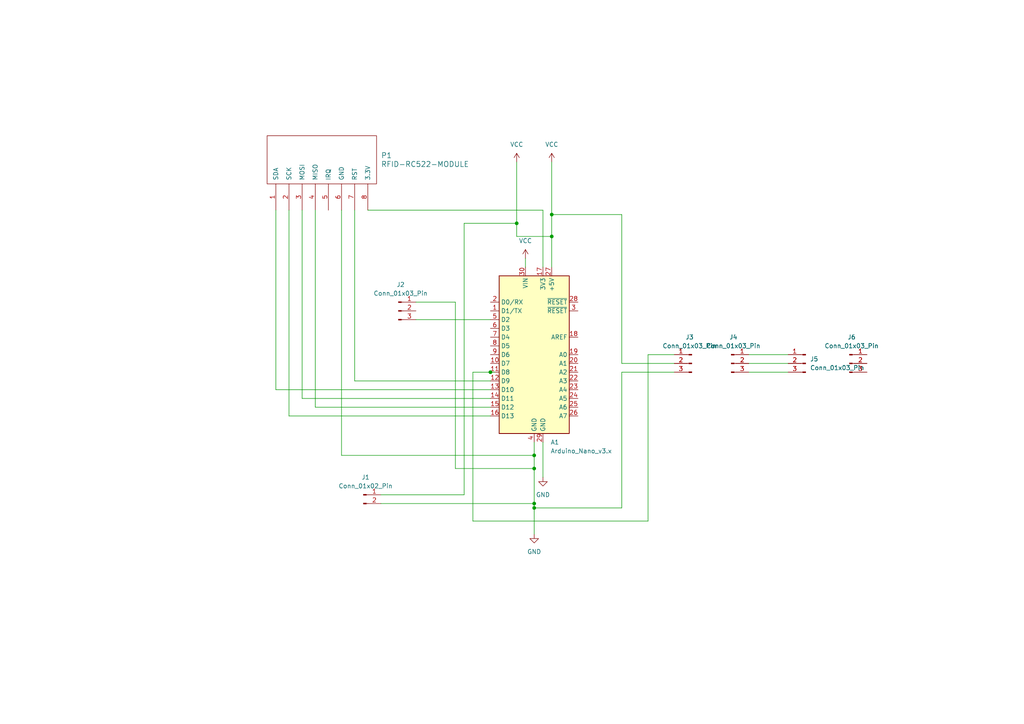
<source format=kicad_sch>
(kicad_sch (version 20230121) (generator eeschema)

  (uuid b04e0dc2-8c65-48c4-b7bc-5b8fcb0dbd8a)

  (paper "A4")

  (title_block
    (title "Attendence Reader")
    (date "2023-12-31")
    (company "PrototypeBD")
    (comment 1 "Author: Meer Tahmidur Rahman")
    (comment 2 "Client: Babul Sir")
  )

  (lib_symbols
    (symbol "Connector:Conn_01x02_Pin" (pin_names (offset 1.016) hide) (in_bom yes) (on_board yes)
      (property "Reference" "J" (at 0 2.54 0)
        (effects (font (size 1.27 1.27)))
      )
      (property "Value" "Conn_01x02_Pin" (at 0 -5.08 0)
        (effects (font (size 1.27 1.27)))
      )
      (property "Footprint" "" (at 0 0 0)
        (effects (font (size 1.27 1.27)) hide)
      )
      (property "Datasheet" "~" (at 0 0 0)
        (effects (font (size 1.27 1.27)) hide)
      )
      (property "ki_locked" "" (at 0 0 0)
        (effects (font (size 1.27 1.27)))
      )
      (property "ki_keywords" "connector" (at 0 0 0)
        (effects (font (size 1.27 1.27)) hide)
      )
      (property "ki_description" "Generic connector, single row, 01x02, script generated" (at 0 0 0)
        (effects (font (size 1.27 1.27)) hide)
      )
      (property "ki_fp_filters" "Connector*:*_1x??_*" (at 0 0 0)
        (effects (font (size 1.27 1.27)) hide)
      )
      (symbol "Conn_01x02_Pin_1_1"
        (polyline
          (pts
            (xy 1.27 -2.54)
            (xy 0.8636 -2.54)
          )
          (stroke (width 0.1524) (type default))
          (fill (type none))
        )
        (polyline
          (pts
            (xy 1.27 0)
            (xy 0.8636 0)
          )
          (stroke (width 0.1524) (type default))
          (fill (type none))
        )
        (rectangle (start 0.8636 -2.413) (end 0 -2.667)
          (stroke (width 0.1524) (type default))
          (fill (type outline))
        )
        (rectangle (start 0.8636 0.127) (end 0 -0.127)
          (stroke (width 0.1524) (type default))
          (fill (type outline))
        )
        (pin passive line (at 5.08 0 180) (length 3.81)
          (name "Pin_1" (effects (font (size 1.27 1.27))))
          (number "1" (effects (font (size 1.27 1.27))))
        )
        (pin passive line (at 5.08 -2.54 180) (length 3.81)
          (name "Pin_2" (effects (font (size 1.27 1.27))))
          (number "2" (effects (font (size 1.27 1.27))))
        )
      )
    )
    (symbol "Connector:Conn_01x03_Pin" (pin_names (offset 1.016) hide) (in_bom yes) (on_board yes)
      (property "Reference" "J" (at 0 5.08 0)
        (effects (font (size 1.27 1.27)))
      )
      (property "Value" "Conn_01x03_Pin" (at 0 -5.08 0)
        (effects (font (size 1.27 1.27)))
      )
      (property "Footprint" "" (at 0 0 0)
        (effects (font (size 1.27 1.27)) hide)
      )
      (property "Datasheet" "~" (at 0 0 0)
        (effects (font (size 1.27 1.27)) hide)
      )
      (property "ki_locked" "" (at 0 0 0)
        (effects (font (size 1.27 1.27)))
      )
      (property "ki_keywords" "connector" (at 0 0 0)
        (effects (font (size 1.27 1.27)) hide)
      )
      (property "ki_description" "Generic connector, single row, 01x03, script generated" (at 0 0 0)
        (effects (font (size 1.27 1.27)) hide)
      )
      (property "ki_fp_filters" "Connector*:*_1x??_*" (at 0 0 0)
        (effects (font (size 1.27 1.27)) hide)
      )
      (symbol "Conn_01x03_Pin_1_1"
        (polyline
          (pts
            (xy 1.27 -2.54)
            (xy 0.8636 -2.54)
          )
          (stroke (width 0.1524) (type default))
          (fill (type none))
        )
        (polyline
          (pts
            (xy 1.27 0)
            (xy 0.8636 0)
          )
          (stroke (width 0.1524) (type default))
          (fill (type none))
        )
        (polyline
          (pts
            (xy 1.27 2.54)
            (xy 0.8636 2.54)
          )
          (stroke (width 0.1524) (type default))
          (fill (type none))
        )
        (rectangle (start 0.8636 -2.413) (end 0 -2.667)
          (stroke (width 0.1524) (type default))
          (fill (type outline))
        )
        (rectangle (start 0.8636 0.127) (end 0 -0.127)
          (stroke (width 0.1524) (type default))
          (fill (type outline))
        )
        (rectangle (start 0.8636 2.667) (end 0 2.413)
          (stroke (width 0.1524) (type default))
          (fill (type outline))
        )
        (pin passive line (at 5.08 2.54 180) (length 3.81)
          (name "Pin_1" (effects (font (size 1.27 1.27))))
          (number "1" (effects (font (size 1.27 1.27))))
        )
        (pin passive line (at 5.08 0 180) (length 3.81)
          (name "Pin_2" (effects (font (size 1.27 1.27))))
          (number "2" (effects (font (size 1.27 1.27))))
        )
        (pin passive line (at 5.08 -2.54 180) (length 3.81)
          (name "Pin_3" (effects (font (size 1.27 1.27))))
          (number "3" (effects (font (size 1.27 1.27))))
        )
      )
    )
    (symbol "MCU_Module:Arduino_Nano_v3.x" (in_bom yes) (on_board yes)
      (property "Reference" "A" (at -10.16 23.495 0)
        (effects (font (size 1.27 1.27)) (justify left bottom))
      )
      (property "Value" "Arduino_Nano_v3.x" (at 5.08 -24.13 0)
        (effects (font (size 1.27 1.27)) (justify left top))
      )
      (property "Footprint" "Module:Arduino_Nano" (at 0 0 0)
        (effects (font (size 1.27 1.27) italic) hide)
      )
      (property "Datasheet" "http://www.mouser.com/pdfdocs/Gravitech_Arduino_Nano3_0.pdf" (at 0 0 0)
        (effects (font (size 1.27 1.27)) hide)
      )
      (property "ki_keywords" "Arduino nano microcontroller module USB" (at 0 0 0)
        (effects (font (size 1.27 1.27)) hide)
      )
      (property "ki_description" "Arduino Nano v3.x" (at 0 0 0)
        (effects (font (size 1.27 1.27)) hide)
      )
      (property "ki_fp_filters" "Arduino*Nano*" (at 0 0 0)
        (effects (font (size 1.27 1.27)) hide)
      )
      (symbol "Arduino_Nano_v3.x_0_1"
        (rectangle (start -10.16 22.86) (end 10.16 -22.86)
          (stroke (width 0.254) (type default))
          (fill (type background))
        )
      )
      (symbol "Arduino_Nano_v3.x_1_1"
        (pin bidirectional line (at -12.7 12.7 0) (length 2.54)
          (name "D1/TX" (effects (font (size 1.27 1.27))))
          (number "1" (effects (font (size 1.27 1.27))))
        )
        (pin bidirectional line (at -12.7 -2.54 0) (length 2.54)
          (name "D7" (effects (font (size 1.27 1.27))))
          (number "10" (effects (font (size 1.27 1.27))))
        )
        (pin bidirectional line (at -12.7 -5.08 0) (length 2.54)
          (name "D8" (effects (font (size 1.27 1.27))))
          (number "11" (effects (font (size 1.27 1.27))))
        )
        (pin bidirectional line (at -12.7 -7.62 0) (length 2.54)
          (name "D9" (effects (font (size 1.27 1.27))))
          (number "12" (effects (font (size 1.27 1.27))))
        )
        (pin bidirectional line (at -12.7 -10.16 0) (length 2.54)
          (name "D10" (effects (font (size 1.27 1.27))))
          (number "13" (effects (font (size 1.27 1.27))))
        )
        (pin bidirectional line (at -12.7 -12.7 0) (length 2.54)
          (name "D11" (effects (font (size 1.27 1.27))))
          (number "14" (effects (font (size 1.27 1.27))))
        )
        (pin bidirectional line (at -12.7 -15.24 0) (length 2.54)
          (name "D12" (effects (font (size 1.27 1.27))))
          (number "15" (effects (font (size 1.27 1.27))))
        )
        (pin bidirectional line (at -12.7 -17.78 0) (length 2.54)
          (name "D13" (effects (font (size 1.27 1.27))))
          (number "16" (effects (font (size 1.27 1.27))))
        )
        (pin power_out line (at 2.54 25.4 270) (length 2.54)
          (name "3V3" (effects (font (size 1.27 1.27))))
          (number "17" (effects (font (size 1.27 1.27))))
        )
        (pin input line (at 12.7 5.08 180) (length 2.54)
          (name "AREF" (effects (font (size 1.27 1.27))))
          (number "18" (effects (font (size 1.27 1.27))))
        )
        (pin bidirectional line (at 12.7 0 180) (length 2.54)
          (name "A0" (effects (font (size 1.27 1.27))))
          (number "19" (effects (font (size 1.27 1.27))))
        )
        (pin bidirectional line (at -12.7 15.24 0) (length 2.54)
          (name "D0/RX" (effects (font (size 1.27 1.27))))
          (number "2" (effects (font (size 1.27 1.27))))
        )
        (pin bidirectional line (at 12.7 -2.54 180) (length 2.54)
          (name "A1" (effects (font (size 1.27 1.27))))
          (number "20" (effects (font (size 1.27 1.27))))
        )
        (pin bidirectional line (at 12.7 -5.08 180) (length 2.54)
          (name "A2" (effects (font (size 1.27 1.27))))
          (number "21" (effects (font (size 1.27 1.27))))
        )
        (pin bidirectional line (at 12.7 -7.62 180) (length 2.54)
          (name "A3" (effects (font (size 1.27 1.27))))
          (number "22" (effects (font (size 1.27 1.27))))
        )
        (pin bidirectional line (at 12.7 -10.16 180) (length 2.54)
          (name "A4" (effects (font (size 1.27 1.27))))
          (number "23" (effects (font (size 1.27 1.27))))
        )
        (pin bidirectional line (at 12.7 -12.7 180) (length 2.54)
          (name "A5" (effects (font (size 1.27 1.27))))
          (number "24" (effects (font (size 1.27 1.27))))
        )
        (pin bidirectional line (at 12.7 -15.24 180) (length 2.54)
          (name "A6" (effects (font (size 1.27 1.27))))
          (number "25" (effects (font (size 1.27 1.27))))
        )
        (pin bidirectional line (at 12.7 -17.78 180) (length 2.54)
          (name "A7" (effects (font (size 1.27 1.27))))
          (number "26" (effects (font (size 1.27 1.27))))
        )
        (pin power_out line (at 5.08 25.4 270) (length 2.54)
          (name "+5V" (effects (font (size 1.27 1.27))))
          (number "27" (effects (font (size 1.27 1.27))))
        )
        (pin input line (at 12.7 15.24 180) (length 2.54)
          (name "~{RESET}" (effects (font (size 1.27 1.27))))
          (number "28" (effects (font (size 1.27 1.27))))
        )
        (pin power_in line (at 2.54 -25.4 90) (length 2.54)
          (name "GND" (effects (font (size 1.27 1.27))))
          (number "29" (effects (font (size 1.27 1.27))))
        )
        (pin input line (at 12.7 12.7 180) (length 2.54)
          (name "~{RESET}" (effects (font (size 1.27 1.27))))
          (number "3" (effects (font (size 1.27 1.27))))
        )
        (pin power_in line (at -2.54 25.4 270) (length 2.54)
          (name "VIN" (effects (font (size 1.27 1.27))))
          (number "30" (effects (font (size 1.27 1.27))))
        )
        (pin power_in line (at 0 -25.4 90) (length 2.54)
          (name "GND" (effects (font (size 1.27 1.27))))
          (number "4" (effects (font (size 1.27 1.27))))
        )
        (pin bidirectional line (at -12.7 10.16 0) (length 2.54)
          (name "D2" (effects (font (size 1.27 1.27))))
          (number "5" (effects (font (size 1.27 1.27))))
        )
        (pin bidirectional line (at -12.7 7.62 0) (length 2.54)
          (name "D3" (effects (font (size 1.27 1.27))))
          (number "6" (effects (font (size 1.27 1.27))))
        )
        (pin bidirectional line (at -12.7 5.08 0) (length 2.54)
          (name "D4" (effects (font (size 1.27 1.27))))
          (number "7" (effects (font (size 1.27 1.27))))
        )
        (pin bidirectional line (at -12.7 2.54 0) (length 2.54)
          (name "D5" (effects (font (size 1.27 1.27))))
          (number "8" (effects (font (size 1.27 1.27))))
        )
        (pin bidirectional line (at -12.7 0 0) (length 2.54)
          (name "D6" (effects (font (size 1.27 1.27))))
          (number "9" (effects (font (size 1.27 1.27))))
        )
      )
    )
    (symbol "power:GND" (power) (pin_names (offset 0)) (in_bom yes) (on_board yes)
      (property "Reference" "#PWR" (at 0 -6.35 0)
        (effects (font (size 1.27 1.27)) hide)
      )
      (property "Value" "GND" (at 0 -3.81 0)
        (effects (font (size 1.27 1.27)))
      )
      (property "Footprint" "" (at 0 0 0)
        (effects (font (size 1.27 1.27)) hide)
      )
      (property "Datasheet" "" (at 0 0 0)
        (effects (font (size 1.27 1.27)) hide)
      )
      (property "ki_keywords" "global power" (at 0 0 0)
        (effects (font (size 1.27 1.27)) hide)
      )
      (property "ki_description" "Power symbol creates a global label with name \"GND\" , ground" (at 0 0 0)
        (effects (font (size 1.27 1.27)) hide)
      )
      (symbol "GND_0_1"
        (polyline
          (pts
            (xy 0 0)
            (xy 0 -1.27)
            (xy 1.27 -1.27)
            (xy 0 -2.54)
            (xy -1.27 -1.27)
            (xy 0 -1.27)
          )
          (stroke (width 0) (type default))
          (fill (type none))
        )
      )
      (symbol "GND_1_1"
        (pin power_in line (at 0 0 270) (length 0) hide
          (name "GND" (effects (font (size 1.27 1.27))))
          (number "1" (effects (font (size 1.27 1.27))))
        )
      )
    )
    (symbol "power:VCC" (power) (pin_names (offset 0)) (in_bom yes) (on_board yes)
      (property "Reference" "#PWR" (at 0 -3.81 0)
        (effects (font (size 1.27 1.27)) hide)
      )
      (property "Value" "VCC" (at 0 3.81 0)
        (effects (font (size 1.27 1.27)))
      )
      (property "Footprint" "" (at 0 0 0)
        (effects (font (size 1.27 1.27)) hide)
      )
      (property "Datasheet" "" (at 0 0 0)
        (effects (font (size 1.27 1.27)) hide)
      )
      (property "ki_keywords" "global power" (at 0 0 0)
        (effects (font (size 1.27 1.27)) hide)
      )
      (property "ki_description" "Power symbol creates a global label with name \"VCC\"" (at 0 0 0)
        (effects (font (size 1.27 1.27)) hide)
      )
      (symbol "VCC_0_1"
        (polyline
          (pts
            (xy -0.762 1.27)
            (xy 0 2.54)
          )
          (stroke (width 0) (type default))
          (fill (type none))
        )
        (polyline
          (pts
            (xy 0 0)
            (xy 0 2.54)
          )
          (stroke (width 0) (type default))
          (fill (type none))
        )
        (polyline
          (pts
            (xy 0 2.54)
            (xy 0.762 1.27)
          )
          (stroke (width 0) (type default))
          (fill (type none))
        )
      )
      (symbol "VCC_1_1"
        (pin power_in line (at 0 0 90) (length 0) hide
          (name "VCC" (effects (font (size 1.27 1.27))))
          (number "1" (effects (font (size 1.27 1.27))))
        )
      )
    )
    (symbol "rfid-rc522-module:RFID-RC522-MODULE" (pin_names (offset 1.016)) (in_bom yes) (on_board yes)
      (property "Reference" "P" (at 0 1.27 0)
        (effects (font (size 1.524 1.524)))
      )
      (property "Value" "RFID-RC522-MODULE" (at -1.27 3.81 0)
        (effects (font (size 1.524 1.524)))
      )
      (property "Footprint" "" (at 0 0 0)
        (effects (font (size 1.524 1.524)))
      )
      (property "Datasheet" "" (at 0 0 0)
        (effects (font (size 1.524 1.524)))
      )
      (symbol "RFID-RC522-MODULE_0_1"
        (rectangle (start -16.51 7.62) (end 15.24 -6.35)
          (stroke (width 0) (type solid))
          (fill (type none))
        )
      )
      (symbol "RFID-RC522-MODULE_1_1"
        (pin input line (at -13.97 -13.97 90) (length 7.62)
          (name "SDA" (effects (font (size 1.27 1.27))))
          (number "1" (effects (font (size 1.27 1.27))))
        )
        (pin input line (at -10.16 -13.97 90) (length 7.62)
          (name "SCK" (effects (font (size 1.27 1.27))))
          (number "2" (effects (font (size 1.27 1.27))))
        )
        (pin input line (at -6.35 -13.97 90) (length 7.62)
          (name "MOSI" (effects (font (size 1.27 1.27))))
          (number "3" (effects (font (size 1.27 1.27))))
        )
        (pin input line (at -2.54 -13.97 90) (length 7.62)
          (name "MISO" (effects (font (size 1.27 1.27))))
          (number "4" (effects (font (size 1.27 1.27))))
        )
        (pin input line (at 1.27 -13.97 90) (length 7.62)
          (name "IRQ" (effects (font (size 1.27 1.27))))
          (number "5" (effects (font (size 1.27 1.27))))
        )
        (pin input line (at 5.08 -13.97 90) (length 7.62)
          (name "GND" (effects (font (size 1.27 1.27))))
          (number "6" (effects (font (size 1.27 1.27))))
        )
        (pin input line (at 8.89 -13.97 90) (length 7.62)
          (name "RST" (effects (font (size 1.27 1.27))))
          (number "7" (effects (font (size 1.27 1.27))))
        )
        (pin input line (at 12.7 -13.97 90) (length 7.62)
          (name "3.3V" (effects (font (size 1.27 1.27))))
          (number "8" (effects (font (size 1.27 1.27))))
        )
      )
    )
  )

  (junction (at 160.02 62.23) (diameter 0) (color 0 0 0 0)
    (uuid 204a6f5c-0ebf-430b-972f-15b0b3412c51)
  )
  (junction (at 154.94 132.08) (diameter 0) (color 0 0 0 0)
    (uuid 3c9497c5-9bd4-4e79-b896-017ee8985a9d)
  )
  (junction (at 149.86 64.77) (diameter 0) (color 0 0 0 0)
    (uuid 675a3b94-fba9-4962-b4d7-317b43e2c45a)
  )
  (junction (at 154.94 135.89) (diameter 0) (color 0 0 0 0)
    (uuid 770bd70f-6211-4dd6-9cd7-d239cca6ef30)
  )
  (junction (at 160.02 68.58) (diameter 0) (color 0 0 0 0)
    (uuid 9404a4ba-cff7-41e9-b49c-cc2b6841b27b)
  )
  (junction (at 154.94 146.05) (diameter 0) (color 0 0 0 0)
    (uuid a7be3465-9989-4aaa-a803-4508ae170d4a)
  )
  (junction (at 154.94 147.32) (diameter 0) (color 0 0 0 0)
    (uuid cc76a192-3d8b-4605-bcaf-399a5f382c84)
  )
  (junction (at 142.24 107.95) (diameter 0) (color 0 0 0 0)
    (uuid d8cc9f2d-3088-493c-8e2d-6617a4c6ffc7)
  )

  (wire (pts (xy 154.94 132.08) (xy 154.94 135.89))
    (stroke (width 0) (type default))
    (uuid 0a7849b7-2ce5-49aa-afec-aebaa1e94bdf)
  )
  (wire (pts (xy 132.08 135.89) (xy 154.94 135.89))
    (stroke (width 0) (type default))
    (uuid 1c3aa633-b142-4801-92c7-9a69d231f017)
  )
  (wire (pts (xy 137.16 107.95) (xy 137.16 151.13))
    (stroke (width 0) (type default))
    (uuid 1cf2240a-471b-4b3a-8856-043a288e745e)
  )
  (wire (pts (xy 149.86 64.77) (xy 149.86 68.58))
    (stroke (width 0) (type default))
    (uuid 27e28dea-4433-4f03-a6c1-545ceb3e12b0)
  )
  (wire (pts (xy 91.44 118.11) (xy 142.24 118.11))
    (stroke (width 0) (type default))
    (uuid 3033aca4-d145-4265-8651-8c4850fad624)
  )
  (wire (pts (xy 102.87 60.96) (xy 102.87 110.49))
    (stroke (width 0) (type default))
    (uuid 30f9a46f-29ba-4d30-885a-36ef8c375a25)
  )
  (wire (pts (xy 157.48 60.96) (xy 157.48 77.47))
    (stroke (width 0) (type default))
    (uuid 3191fda0-b68b-48e2-904f-9261f7cf6a59)
  )
  (wire (pts (xy 217.17 102.87) (xy 228.6 102.87))
    (stroke (width 0) (type default))
    (uuid 3a0aff0b-5e4c-43a5-aeca-ae0b96742bd6)
  )
  (wire (pts (xy 154.94 132.08) (xy 154.94 128.27))
    (stroke (width 0) (type default))
    (uuid 3dd2368a-a79d-48e5-a071-4a8e31576b39)
  )
  (wire (pts (xy 134.62 64.77) (xy 149.86 64.77))
    (stroke (width 0) (type default))
    (uuid 3f560955-7bea-425a-ac35-b7ff8476512d)
  )
  (wire (pts (xy 180.34 105.41) (xy 180.34 62.23))
    (stroke (width 0) (type default))
    (uuid 3f5cfa75-8511-41ff-9fbc-62807bf93618)
  )
  (wire (pts (xy 106.68 60.96) (xy 157.48 60.96))
    (stroke (width 0) (type default))
    (uuid 3fe741c1-3cb6-4e62-bf2d-66191f94ebc2)
  )
  (wire (pts (xy 154.94 147.32) (xy 154.94 154.94))
    (stroke (width 0) (type default))
    (uuid 404b48a0-e5a7-420a-b090-36dfed5e82e7)
  )
  (wire (pts (xy 91.44 60.96) (xy 91.44 118.11))
    (stroke (width 0) (type default))
    (uuid 4b129c7e-c871-440b-970e-7ce735ea2300)
  )
  (wire (pts (xy 152.4 74.93) (xy 152.4 77.47))
    (stroke (width 0) (type default))
    (uuid 4f6ae888-d82f-4cab-bf28-ffb83d6e6d21)
  )
  (wire (pts (xy 217.17 105.41) (xy 228.6 105.41))
    (stroke (width 0) (type default))
    (uuid 6153c286-9543-4746-89d5-05f2cff13c0c)
  )
  (wire (pts (xy 157.48 128.27) (xy 157.48 138.43))
    (stroke (width 0) (type default))
    (uuid 64e725c3-a5de-42e8-964c-1b8e59a2f325)
  )
  (wire (pts (xy 80.01 113.03) (xy 142.24 113.03))
    (stroke (width 0) (type default))
    (uuid 712c17f6-6bf3-45df-9506-f3580ef4b1f6)
  )
  (wire (pts (xy 195.58 105.41) (xy 180.34 105.41))
    (stroke (width 0) (type default))
    (uuid 79530d19-ac91-418f-b9be-4e00cad1d1f9)
  )
  (wire (pts (xy 99.06 132.08) (xy 154.94 132.08))
    (stroke (width 0) (type default))
    (uuid 7c34c562-665e-457d-a054-9fcb9f929c05)
  )
  (wire (pts (xy 102.87 110.49) (xy 142.24 110.49))
    (stroke (width 0) (type default))
    (uuid 7d517651-f9ad-4337-a7de-8f537b00489c)
  )
  (wire (pts (xy 134.62 143.51) (xy 134.62 64.77))
    (stroke (width 0) (type default))
    (uuid 82256082-4520-4da8-a966-5b10bf031ba7)
  )
  (wire (pts (xy 180.34 147.32) (xy 154.94 147.32))
    (stroke (width 0) (type default))
    (uuid 9a15ffa4-31c9-4fe1-afa0-a1a2da9231fb)
  )
  (wire (pts (xy 160.02 62.23) (xy 160.02 68.58))
    (stroke (width 0) (type default))
    (uuid 9adb88c0-4ecc-44bf-86b5-e0782de85ba0)
  )
  (wire (pts (xy 160.02 68.58) (xy 149.86 68.58))
    (stroke (width 0) (type default))
    (uuid 9c55987d-39de-40bd-a92b-b924a2aac777)
  )
  (wire (pts (xy 187.96 102.87) (xy 195.58 102.87))
    (stroke (width 0) (type default))
    (uuid 9e1cdb16-ca0a-44d5-a708-ca6dac4ab158)
  )
  (wire (pts (xy 80.01 60.96) (xy 80.01 113.03))
    (stroke (width 0) (type default))
    (uuid a468664d-b77c-4783-b186-0f8e70b1e7c9)
  )
  (wire (pts (xy 120.65 92.71) (xy 142.24 92.71))
    (stroke (width 0) (type default))
    (uuid b64c1339-4dc6-4046-976b-1a9ad095893d)
  )
  (wire (pts (xy 99.06 60.96) (xy 99.06 132.08))
    (stroke (width 0) (type default))
    (uuid b83dcf0f-33c4-480b-8861-60390379eab6)
  )
  (wire (pts (xy 187.96 151.13) (xy 187.96 102.87))
    (stroke (width 0) (type default))
    (uuid bc89761c-7b76-4df6-bcca-ec7af3e115d0)
  )
  (wire (pts (xy 180.34 62.23) (xy 160.02 62.23))
    (stroke (width 0) (type default))
    (uuid c06b7939-7342-4dd8-9323-b1e0585257cb)
  )
  (wire (pts (xy 160.02 77.47) (xy 160.02 68.58))
    (stroke (width 0) (type default))
    (uuid c1e2ceab-40c8-4358-ac5d-b6fbc2286089)
  )
  (wire (pts (xy 160.02 46.99) (xy 160.02 62.23))
    (stroke (width 0) (type default))
    (uuid c1e65270-6a5e-419a-a046-48fe10454f10)
  )
  (wire (pts (xy 87.63 60.96) (xy 87.63 115.57))
    (stroke (width 0) (type default))
    (uuid c27954f4-a268-48e3-949e-afaab90e092e)
  )
  (wire (pts (xy 120.65 87.63) (xy 132.08 87.63))
    (stroke (width 0) (type default))
    (uuid c771e8e1-6836-4686-acca-6f0d3eee91fa)
  )
  (wire (pts (xy 154.94 135.89) (xy 154.94 146.05))
    (stroke (width 0) (type default))
    (uuid c7bdc5db-f788-4d65-a762-e6f4186b4b2b)
  )
  (wire (pts (xy 142.24 107.95) (xy 137.16 107.95))
    (stroke (width 0) (type default))
    (uuid c8cbcf4a-971b-46e9-959c-530cfc3791b2)
  )
  (wire (pts (xy 149.86 46.99) (xy 149.86 64.77))
    (stroke (width 0) (type default))
    (uuid cc9ba10d-e5b8-4770-8f33-fbb6c3c18b61)
  )
  (wire (pts (xy 83.82 120.65) (xy 142.24 120.65))
    (stroke (width 0) (type default))
    (uuid d04d51f0-22e8-476e-880d-e19123df13ef)
  )
  (wire (pts (xy 180.34 107.95) (xy 180.34 147.32))
    (stroke (width 0) (type default))
    (uuid d0f5f07c-d245-4bac-bf39-7361cddb341f)
  )
  (wire (pts (xy 195.58 107.95) (xy 180.34 107.95))
    (stroke (width 0) (type default))
    (uuid d116c0e5-2356-43a1-b07f-4454b5ac6b79)
  )
  (wire (pts (xy 143.51 107.95) (xy 142.24 107.95))
    (stroke (width 0) (type default))
    (uuid d26a23f3-1c24-4461-bdf1-f3fa9aa95926)
  )
  (wire (pts (xy 154.94 146.05) (xy 154.94 147.32))
    (stroke (width 0) (type default))
    (uuid d2b6d6f8-45ca-47b1-a23c-8e267e5cb671)
  )
  (wire (pts (xy 217.17 107.95) (xy 228.6 107.95))
    (stroke (width 0) (type default))
    (uuid da568801-ba0b-4ca5-88f2-bea3bf382c2c)
  )
  (wire (pts (xy 110.49 146.05) (xy 154.94 146.05))
    (stroke (width 0) (type default))
    (uuid eedfc02b-4984-4e48-8052-1e2b8df9ee65)
  )
  (wire (pts (xy 132.08 87.63) (xy 132.08 135.89))
    (stroke (width 0) (type default))
    (uuid f57d2cc4-1fb7-4c26-ac89-5c32ed6222ee)
  )
  (wire (pts (xy 110.49 143.51) (xy 134.62 143.51))
    (stroke (width 0) (type default))
    (uuid f87b5328-09ea-4c3a-86c4-66b1b493522d)
  )
  (wire (pts (xy 87.63 115.57) (xy 142.24 115.57))
    (stroke (width 0) (type default))
    (uuid f999a576-4a71-4c47-8236-f314adc0b6c3)
  )
  (wire (pts (xy 137.16 151.13) (xy 187.96 151.13))
    (stroke (width 0) (type default))
    (uuid fb62719b-672b-4a62-995d-dfa57258f9ef)
  )
  (wire (pts (xy 83.82 60.96) (xy 83.82 120.65))
    (stroke (width 0) (type default))
    (uuid fd3d1e66-d5f6-4408-89ac-e0bc275a740b)
  )

  (symbol (lib_id "MCU_Module:Arduino_Nano_v3.x") (at 154.94 102.87 0) (unit 1)
    (in_bom yes) (on_board yes) (dnp no) (fields_autoplaced)
    (uuid 07570b20-edfa-4369-95ec-415e0f520d8c)
    (property "Reference" "A1" (at 159.6741 128.27 0)
      (effects (font (size 1.27 1.27)) (justify left))
    )
    (property "Value" "Arduino_Nano_v3.x" (at 159.6741 130.81 0)
      (effects (font (size 1.27 1.27)) (justify left))
    )
    (property "Footprint" "Module:Arduino_Nano" (at 154.94 102.87 0)
      (effects (font (size 1.27 1.27) italic) hide)
    )
    (property "Datasheet" "http://www.mouser.com/pdfdocs/Gravitech_Arduino_Nano3_0.pdf" (at 154.94 102.87 0)
      (effects (font (size 1.27 1.27)) hide)
    )
    (pin "25" (uuid 11b9c3cd-5bc6-4e6f-ade0-dd63a439ec63))
    (pin "6" (uuid ae1b3634-e4ea-48e6-9e5c-3d2eca07dd6f))
    (pin "28" (uuid 729f86c9-7108-4915-9658-65075cba2ec7))
    (pin "30" (uuid b5a89d6d-df62-45cf-915b-e95f75be6fec))
    (pin "18" (uuid f63ca95d-23d1-499b-b6cf-91d8045c30e3))
    (pin "1" (uuid ef109e57-2846-4206-8e24-13cb7cd4eddb))
    (pin "5" (uuid 7160224b-5f09-4a55-8f97-b242de3a1ecc))
    (pin "29" (uuid 7d809475-ea8c-40c2-8f1a-6d2a28b8f8e0))
    (pin "22" (uuid 4adc419a-49c1-4793-a06b-03311c1fc6c6))
    (pin "11" (uuid 82db1cef-b315-46db-8475-779ea3e15337))
    (pin "9" (uuid 40faee81-3cfe-4707-896b-b419ebdb9fd9))
    (pin "26" (uuid 3b69a2f8-f9a2-4d4f-9f0a-d284e45aefec))
    (pin "21" (uuid 11319015-e521-4e05-a58f-fa156b7e9ddb))
    (pin "14" (uuid 42e3461a-30a5-4bde-bafe-9670ab592676))
    (pin "24" (uuid d9574c52-ec13-4634-b77a-990b953807b8))
    (pin "15" (uuid 98e649ec-a902-4411-846c-0740fefafc1f))
    (pin "27" (uuid 1589f202-9129-40ff-bc4e-6dc81fb1461d))
    (pin "23" (uuid 35859985-5958-443e-98ce-f77a035b43cf))
    (pin "8" (uuid 9147fe86-3358-448c-b827-50b2bb6f67b9))
    (pin "19" (uuid 4edd69ba-c1d3-4feb-aefb-d258775c4e58))
    (pin "20" (uuid 72bbd990-5c2f-4335-94a9-e7716102835f))
    (pin "17" (uuid ef5d8086-ccf3-4b42-8b14-601edd0ca02b))
    (pin "12" (uuid 315dd3a7-3dc0-4de4-9a2d-566d8026dba3))
    (pin "13" (uuid ea240601-7435-4bfa-a5a4-0e6d7c1fb5d1))
    (pin "3" (uuid 650d2551-4507-4f5b-981f-3f2b58ad59a6))
    (pin "4" (uuid 53e66b2c-ef91-4750-b7f3-2b104d6b4811))
    (pin "7" (uuid 59d1724e-6fbb-4820-8b7e-b6d83d96366e))
    (pin "16" (uuid 34dc1b5b-1f9a-494a-9df8-b649c36aa4be))
    (pin "2" (uuid f3d69991-65e5-4824-935c-63320f49a0e6))
    (pin "10" (uuid 2cc3aac2-ddfa-4cea-8284-4ab5d94408ae))
    (instances
      (project "Attendance Reader"
        (path "/b04e0dc2-8c65-48c4-b7bc-5b8fcb0dbd8a"
          (reference "A1") (unit 1)
        )
      )
    )
  )

  (symbol (lib_id "Connector:Conn_01x03_Pin") (at 115.57 90.17 0) (unit 1)
    (in_bom yes) (on_board yes) (dnp no) (fields_autoplaced)
    (uuid 3b37d802-beef-4dd2-9f7b-7bdf0c65444a)
    (property "Reference" "J2" (at 116.205 82.55 0)
      (effects (font (size 1.27 1.27)))
    )
    (property "Value" "Conn_01x03_Pin" (at 116.205 85.09 0)
      (effects (font (size 1.27 1.27)))
    )
    (property "Footprint" "Connector:FanPinHeader_1x03_P2.54mm_Vertical" (at 115.57 90.17 0)
      (effects (font (size 1.27 1.27)) hide)
    )
    (property "Datasheet" "~" (at 115.57 90.17 0)
      (effects (font (size 1.27 1.27)) hide)
    )
    (pin "1" (uuid 25811550-2a18-4080-9811-76ce7ca21ae4))
    (pin "2" (uuid c30dd1f7-aff0-4440-9274-b65d20d09e40))
    (pin "3" (uuid ef52c801-ba3f-4f94-b57a-b71b63c1a40e))
    (instances
      (project "Attendance Reader"
        (path "/b04e0dc2-8c65-48c4-b7bc-5b8fcb0dbd8a"
          (reference "J2") (unit 1)
        )
      )
    )
  )

  (symbol (lib_id "power:VCC") (at 152.4 74.93 0) (unit 1)
    (in_bom yes) (on_board yes) (dnp no) (fields_autoplaced)
    (uuid 49f618bc-e32e-48ca-aad1-456c45cd2663)
    (property "Reference" "#PWR02" (at 152.4 78.74 0)
      (effects (font (size 1.27 1.27)) hide)
    )
    (property "Value" "VCC" (at 152.4 69.85 0)
      (effects (font (size 1.27 1.27)))
    )
    (property "Footprint" "" (at 152.4 74.93 0)
      (effects (font (size 1.27 1.27)) hide)
    )
    (property "Datasheet" "" (at 152.4 74.93 0)
      (effects (font (size 1.27 1.27)) hide)
    )
    (pin "1" (uuid 2d87dec7-d7e5-4220-a21f-cac2af0dcfd1))
    (instances
      (project "Attendance Reader"
        (path "/b04e0dc2-8c65-48c4-b7bc-5b8fcb0dbd8a"
          (reference "#PWR02") (unit 1)
        )
      )
    )
  )

  (symbol (lib_id "Connector:Conn_01x03_Pin") (at 212.09 105.41 0) (unit 1)
    (in_bom yes) (on_board yes) (dnp no) (fields_autoplaced)
    (uuid 7bff5628-69c2-43b3-83eb-474ac2b3c66f)
    (property "Reference" "J4" (at 212.725 97.79 0)
      (effects (font (size 1.27 1.27)))
    )
    (property "Value" "Conn_01x03_Pin" (at 212.725 100.33 0)
      (effects (font (size 1.27 1.27)))
    )
    (property "Footprint" "Connector:FanPinHeader_1x03_P2.54mm_Vertical" (at 212.09 105.41 0)
      (effects (font (size 1.27 1.27)) hide)
    )
    (property "Datasheet" "~" (at 212.09 105.41 0)
      (effects (font (size 1.27 1.27)) hide)
    )
    (pin "2" (uuid 0089f3a6-7595-4512-9dbe-19c6de5eb1b0))
    (pin "1" (uuid e60e0d03-c7ee-4669-aed6-cf91aab074aa))
    (pin "3" (uuid 47bfd19b-db78-4cab-b155-7f0c7fc58707))
    (instances
      (project "Attendance Reader"
        (path "/b04e0dc2-8c65-48c4-b7bc-5b8fcb0dbd8a"
          (reference "J4") (unit 1)
        )
      )
    )
  )

  (symbol (lib_id "Connector:Conn_01x03_Pin") (at 200.66 105.41 0) (mirror y) (unit 1)
    (in_bom yes) (on_board yes) (dnp no)
    (uuid 8297a5f9-b362-4faf-9e1e-6d5a7efc46a1)
    (property "Reference" "J3" (at 200.025 97.79 0)
      (effects (font (size 1.27 1.27)))
    )
    (property "Value" "Conn_01x03_Pin" (at 200.025 100.33 0)
      (effects (font (size 1.27 1.27)))
    )
    (property "Footprint" "Connector:FanPinHeader_1x03_P2.54mm_Vertical" (at 200.66 105.41 0)
      (effects (font (size 1.27 1.27)) hide)
    )
    (property "Datasheet" "~" (at 200.66 105.41 0)
      (effects (font (size 1.27 1.27)) hide)
    )
    (pin "1" (uuid c10a4fec-df7b-49c3-bbcf-8207c525847f))
    (pin "2" (uuid 08573022-b019-4e68-b3db-075f0bdd08f8))
    (pin "3" (uuid 8fba1bca-e244-487c-ab10-07c78af83bba))
    (instances
      (project "Attendance Reader"
        (path "/b04e0dc2-8c65-48c4-b7bc-5b8fcb0dbd8a"
          (reference "J3") (unit 1)
        )
      )
    )
  )

  (symbol (lib_id "Connector:Conn_01x03_Pin") (at 233.68 105.41 0) (mirror y) (unit 1)
    (in_bom yes) (on_board yes) (dnp no) (fields_autoplaced)
    (uuid 8af88426-ba06-4502-b5aa-14dca540b776)
    (property "Reference" "J5" (at 234.95 104.14 0)
      (effects (font (size 1.27 1.27)) (justify right))
    )
    (property "Value" "Conn_01x03_Pin" (at 234.95 106.68 0)
      (effects (font (size 1.27 1.27)) (justify right))
    )
    (property "Footprint" "Connector:FanPinHeader_1x03_P2.54mm_Vertical" (at 233.68 105.41 0)
      (effects (font (size 1.27 1.27)) hide)
    )
    (property "Datasheet" "~" (at 233.68 105.41 0)
      (effects (font (size 1.27 1.27)) hide)
    )
    (pin "2" (uuid 0089f3a6-7595-4512-9dbe-19c6de5eb1b1))
    (pin "1" (uuid e60e0d03-c7ee-4669-aed6-cf91aab074ab))
    (pin "3" (uuid 47bfd19b-db78-4cab-b155-7f0c7fc58708))
    (instances
      (project "Attendance Reader"
        (path "/b04e0dc2-8c65-48c4-b7bc-5b8fcb0dbd8a"
          (reference "J5") (unit 1)
        )
      )
    )
  )

  (symbol (lib_id "power:VCC") (at 149.86 46.99 0) (unit 1)
    (in_bom yes) (on_board yes) (dnp no) (fields_autoplaced)
    (uuid 9427997a-1fdd-429c-be3c-e6ec41073677)
    (property "Reference" "#PWR01" (at 149.86 50.8 0)
      (effects (font (size 1.27 1.27)) hide)
    )
    (property "Value" "VCC" (at 149.86 41.91 0)
      (effects (font (size 1.27 1.27)))
    )
    (property "Footprint" "" (at 149.86 46.99 0)
      (effects (font (size 1.27 1.27)) hide)
    )
    (property "Datasheet" "" (at 149.86 46.99 0)
      (effects (font (size 1.27 1.27)) hide)
    )
    (pin "1" (uuid 04d1a221-b493-4459-9260-c3724a376132))
    (instances
      (project "Attendance Reader"
        (path "/b04e0dc2-8c65-48c4-b7bc-5b8fcb0dbd8a"
          (reference "#PWR01") (unit 1)
        )
      )
    )
  )

  (symbol (lib_id "rfid-rc522-module:RFID-RC522-MODULE") (at 93.98 46.99 0) (unit 1)
    (in_bom yes) (on_board yes) (dnp no) (fields_autoplaced)
    (uuid 96a60719-9ad6-4048-bd89-d193a2cf1ff8)
    (property "Reference" "P1" (at 110.49 45.085 0)
      (effects (font (size 1.524 1.524)) (justify left))
    )
    (property "Value" "RFID-RC522-MODULE" (at 110.49 47.625 0)
      (effects (font (size 1.524 1.524)) (justify left))
    )
    (property "Footprint" "RFID-RC522:RFID-RC522" (at 93.98 46.99 0)
      (effects (font (size 1.524 1.524)) hide)
    )
    (property "Datasheet" "" (at 93.98 46.99 0)
      (effects (font (size 1.524 1.524)))
    )
    (pin "6" (uuid 28e3c012-ef96-49e3-bcec-2104d93f2af5))
    (pin "3" (uuid 4bc83f11-1bf2-48e1-8f1c-e9fac9928433))
    (pin "4" (uuid 6def521c-7fe7-41e2-8707-0d044441a822))
    (pin "2" (uuid accab16e-568d-4e17-b369-9e2dcc767897))
    (pin "1" (uuid 980524e7-1632-42f3-a5aa-7a45a894f3cc))
    (pin "7" (uuid 6b1d2cc1-4380-48f2-afac-f0f39d7a40c1))
    (pin "5" (uuid ed64dcb0-a5c3-4375-8173-8cd8ea4a1a59))
    (pin "8" (uuid c16fcdd2-6737-4fea-8604-9c6781a76248))
    (instances
      (project "Attendance Reader"
        (path "/b04e0dc2-8c65-48c4-b7bc-5b8fcb0dbd8a"
          (reference "P1") (unit 1)
        )
      )
    )
  )

  (symbol (lib_id "power:GND") (at 154.94 154.94 0) (unit 1)
    (in_bom yes) (on_board yes) (dnp no) (fields_autoplaced)
    (uuid a8dd9986-210f-41c3-afc5-e699c19418cc)
    (property "Reference" "#PWR03" (at 154.94 161.29 0)
      (effects (font (size 1.27 1.27)) hide)
    )
    (property "Value" "GND" (at 154.94 160.02 0)
      (effects (font (size 1.27 1.27)))
    )
    (property "Footprint" "" (at 154.94 154.94 0)
      (effects (font (size 1.27 1.27)) hide)
    )
    (property "Datasheet" "" (at 154.94 154.94 0)
      (effects (font (size 1.27 1.27)) hide)
    )
    (pin "1" (uuid 02c7b0f3-b9fc-406c-af90-8d1700be0946))
    (instances
      (project "Attendance Reader"
        (path "/b04e0dc2-8c65-48c4-b7bc-5b8fcb0dbd8a"
          (reference "#PWR03") (unit 1)
        )
      )
    )
  )

  (symbol (lib_id "Connector:Conn_01x02_Pin") (at 105.41 143.51 0) (unit 1)
    (in_bom yes) (on_board yes) (dnp no) (fields_autoplaced)
    (uuid d560b632-e778-4f86-81bc-6455e533da7a)
    (property "Reference" "J1" (at 106.045 138.43 0)
      (effects (font (size 1.27 1.27)))
    )
    (property "Value" "Conn_01x02_Pin" (at 106.045 140.97 0)
      (effects (font (size 1.27 1.27)))
    )
    (property "Footprint" "Connector:JWT_A3963_1x02_P3.96mm_Vertical" (at 105.41 143.51 0)
      (effects (font (size 1.27 1.27)) hide)
    )
    (property "Datasheet" "~" (at 105.41 143.51 0)
      (effects (font (size 1.27 1.27)) hide)
    )
    (pin "2" (uuid 2ce67529-69ad-49b2-84cb-ec1ab67e1b1f))
    (pin "1" (uuid 47297504-dcd9-4cd8-a13f-5dff0972088d))
    (instances
      (project "Attendance Reader"
        (path "/b04e0dc2-8c65-48c4-b7bc-5b8fcb0dbd8a"
          (reference "J1") (unit 1)
        )
      )
    )
  )

  (symbol (lib_id "Connector:Conn_01x03_Pin") (at 246.38 105.41 0) (unit 1)
    (in_bom yes) (on_board yes) (dnp no) (fields_autoplaced)
    (uuid f9dccfe5-d8c4-4094-b354-a5dc806cb9cf)
    (property "Reference" "J6" (at 247.015 97.79 0)
      (effects (font (size 1.27 1.27)))
    )
    (property "Value" "Conn_01x03_Pin" (at 247.015 100.33 0)
      (effects (font (size 1.27 1.27)))
    )
    (property "Footprint" "Connector:FanPinHeader_1x03_P2.54mm_Vertical" (at 246.38 105.41 0)
      (effects (font (size 1.27 1.27)) hide)
    )
    (property "Datasheet" "~" (at 246.38 105.41 0)
      (effects (font (size 1.27 1.27)) hide)
    )
    (pin "2" (uuid 0089f3a6-7595-4512-9dbe-19c6de5eb1b2))
    (pin "1" (uuid e60e0d03-c7ee-4669-aed6-cf91aab074ac))
    (pin "3" (uuid 47bfd19b-db78-4cab-b155-7f0c7fc58709))
    (instances
      (project "Attendance Reader"
        (path "/b04e0dc2-8c65-48c4-b7bc-5b8fcb0dbd8a"
          (reference "J6") (unit 1)
        )
      )
    )
  )

  (symbol (lib_id "power:VCC") (at 160.02 46.99 0) (unit 1)
    (in_bom yes) (on_board yes) (dnp no) (fields_autoplaced)
    (uuid fe6f77da-f325-42b0-8824-8a1489591d14)
    (property "Reference" "#PWR05" (at 160.02 50.8 0)
      (effects (font (size 1.27 1.27)) hide)
    )
    (property "Value" "VCC" (at 160.02 41.91 0)
      (effects (font (size 1.27 1.27)))
    )
    (property "Footprint" "" (at 160.02 46.99 0)
      (effects (font (size 1.27 1.27)) hide)
    )
    (property "Datasheet" "" (at 160.02 46.99 0)
      (effects (font (size 1.27 1.27)) hide)
    )
    (pin "1" (uuid 04d1a221-b493-4459-9260-c3724a376133))
    (instances
      (project "Attendance Reader"
        (path "/b04e0dc2-8c65-48c4-b7bc-5b8fcb0dbd8a"
          (reference "#PWR05") (unit 1)
        )
      )
    )
  )

  (symbol (lib_id "power:GND") (at 157.48 138.43 0) (unit 1)
    (in_bom yes) (on_board yes) (dnp no) (fields_autoplaced)
    (uuid fff0d882-f7d5-48f4-ab37-0b254e0c452c)
    (property "Reference" "#PWR04" (at 157.48 144.78 0)
      (effects (font (size 1.27 1.27)) hide)
    )
    (property "Value" "GND" (at 157.48 143.51 0)
      (effects (font (size 1.27 1.27)))
    )
    (property "Footprint" "" (at 157.48 138.43 0)
      (effects (font (size 1.27 1.27)) hide)
    )
    (property "Datasheet" "" (at 157.48 138.43 0)
      (effects (font (size 1.27 1.27)) hide)
    )
    (pin "1" (uuid 626eb0ac-5f56-44f5-9820-7dcee63157fe))
    (instances
      (project "Attendance Reader"
        (path "/b04e0dc2-8c65-48c4-b7bc-5b8fcb0dbd8a"
          (reference "#PWR04") (unit 1)
        )
      )
    )
  )

  (sheet_instances
    (path "/" (page "1"))
  )
)

</source>
